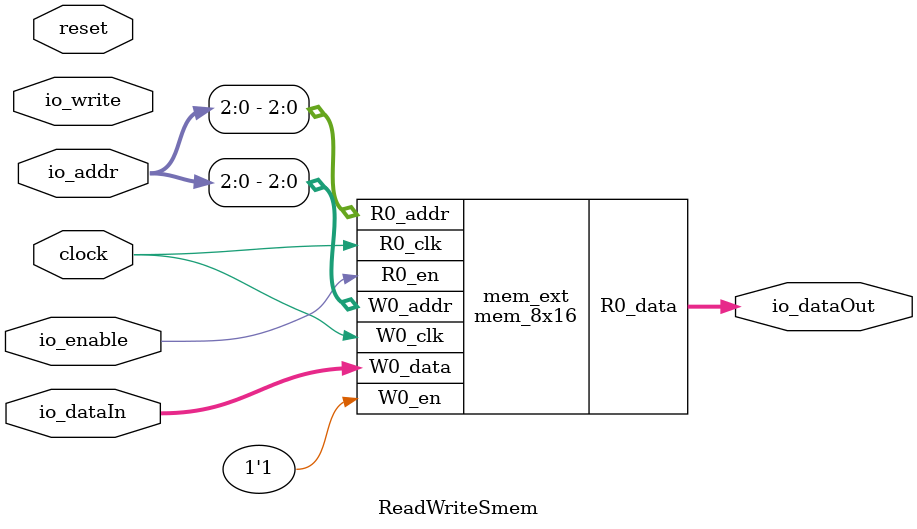
<source format=v>
module mem_8x16(
  input  [2:0]  R0_addr,
  input         R0_en,
                R0_clk,
  input  [2:0]  W0_addr,
  input         W0_en,
                W0_clk,
  input  [15:0] W0_data,
  output [15:0] R0_data
);

  reg [15:0] Memory[0:7];
  reg        _R0_en_d0;
  reg [2:0]  _R0_addr_d0;
  always @(posedge R0_clk) begin
    _R0_en_d0 <= R0_en;
    _R0_addr_d0 <= R0_addr;
  end // always @(posedge)
  always @(posedge W0_clk) begin
    if (W0_en)
      Memory[W0_addr] <= W0_data;
  end // always @(posedge)
  assign R0_data = _R0_en_d0 ? Memory[_R0_addr_d0] : 16'bx;
endmodule

module ReadWriteSmem(
  input         clock,
                reset,
                io_enable,
                io_write,
  input  [9:0]  io_addr,
  input  [15:0] io_dataIn,
  output [15:0] io_dataOut
);

  mem_8x16 mem_ext (
    .R0_addr (io_addr[2:0]),
    .R0_en   (io_enable),
    .R0_clk  (clock),
    .W0_addr (io_addr[2:0]),
    .W0_en   (1'h1),
    .W0_clk  (clock),
    .W0_data (io_dataIn),
    .R0_data (io_dataOut)
  );
endmodule


</source>
